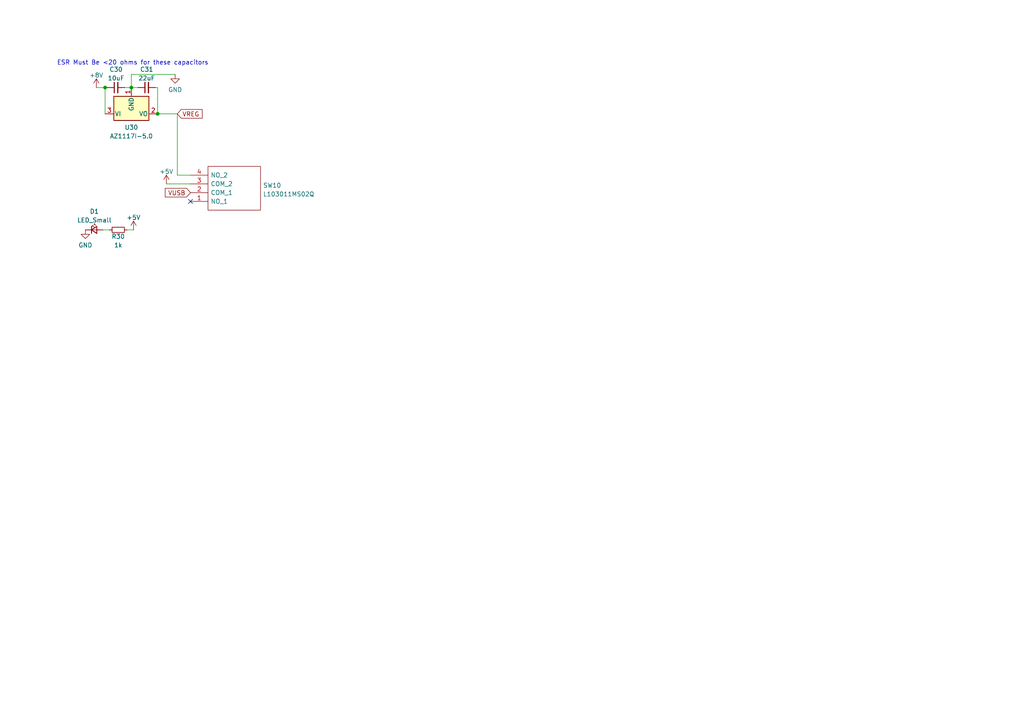
<source format=kicad_sch>
(kicad_sch (version 20211123) (generator eeschema)
  (paper "A4")
  (lib_symbols
    (symbol "CustomSymbols:L103011MS02Q" (pin_names (offset 0.762))
      (property "Reference" "S" (at 21.59 7.62 0))
      (property "Value" "L103011MS02Q" (at 21.59 5.08 0))
      (symbol "L103011MS02Q_0_0"
        (pin passive line (at 0 -7.62 0) (length 5.08) (name "NO_1") (number "1"))
        (pin passive line (at 0 -5.08 0) (length 5.08) (name "COM_1") (number "2"))
        (pin passive line (at 0 -2.54 0) (length 5.08) (name "COM_2") (number "3"))
        (pin passive line (at 0 0 0) (length 5.08) (name "NO_2") (number "4"))
      )
      (symbol "L103011MS02Q_0_1"
        (polyline (pts (xy 5.08 2.54) (xy 20.32 2.54) (xy 20.32 -10.16) (xy 5.08 -10.16) (xy 5.08 2.54)) (stroke (width 0.1524)))
      )
    )
    (symbol "Device:C_Small" (pin_numbers hide) (pin_names (offset 0.254) hide)
      (property "Reference" "C" (at 0.254 1.778 0))
      (property "Value" "C_Small" (at 0.254 -2.032 0))
      (symbol "C_Small_0_1"
        (polyline (pts (xy -1.524 -0.508) (xy 1.524 -0.508)) (stroke (width 0.3302)))
        (polyline (pts (xy -1.524 0.508) (xy 1.524 0.508)) (stroke (width 0.3048)))
      )
      (symbol "C_Small_1_1"
        (pin passive line (at 0 2.54 270) (length 2.032) (name "~") (number "1"))
        (pin passive line (at 0 -2.54 90) (length 2.032) (name "~") (number "2"))
      )
    )
    (symbol "Device:LED_Small" (pin_numbers hide) (pin_names (offset 0.254) hide)
      (property "Reference" "D" (at -1.27 3.175 0))
      (property "Value" "LED_Small" (at -4.445 -2.54 0))
      (symbol "LED_Small_0_1"
        (polyline (pts (xy -0.762 -1.016) (xy -0.762 1.016)) (stroke (width 0.254)))
        (polyline (pts (xy 1.016 0) (xy -0.762 0)))
        (polyline (pts (xy 0.762 -1.016) (xy -0.762 0) (xy 0.762 1.016) (xy 0.762 -1.016)) (stroke (width 0.254)))
        (polyline (pts (xy 0 0.762) (xy -0.508 1.27) (xy -0.254 1.27) (xy -0.508 1.27) (xy -0.508 1.016)))
        (polyline (pts (xy 0.508 1.27) (xy 0 1.778) (xy 0.254 1.778) (xy 0 1.778) (xy 0 1.524)))
      )
      (symbol "LED_Small_1_1"
        (pin passive line (at -2.54 0 0) (length 1.778) (name "K") (number "1"))
        (pin passive line (at 2.54 0 180) (length 1.778) (name "A") (number "2"))
      )
    )
    (symbol "Device:R_Small" (pin_numbers hide) (pin_names (offset 0.254) hide)
      (property "Reference" "R" (at 0.762 0.508 0))
      (property "Value" "R_Small" (at 0.762 -1.016 0))
      (symbol "R_Small_0_1"
        (rectangle (start -0.762 1.778) (end 0.762 -1.778) (stroke (width 0.2032)))
      )
      (symbol "R_Small_1_1"
        (pin passive line (at 0 2.54 270) (length 0.762) (name "~") (number "1"))
        (pin passive line (at 0 -2.54 90) (length 0.762) (name "~") (number "2"))
      )
    )
    (symbol "Regulator_Linear:NCP1117-12_SOT223" (pin_names (offset 0.254))
      (property "Reference" "U" (at -3.81 3.175 0))
      (property "Value" "NCP1117-12_SOT223" (at 0 3.175 0))
      (symbol "NCP1117-12_SOT223_0_1"
        (rectangle (start -5.08 -5.08) (end 5.08 1.905) (stroke (width 0.254)) (fill (type background)))
      )
      (symbol "NCP1117-12_SOT223_1_1"
        (pin power_in line (at 0 -7.62 90) (length 2.54) (name "GND") (number "1"))
        (pin power_out line (at 7.62 0 180) (length 2.54) (name "VO") (number "2"))
        (pin power_in line (at -7.62 0 0) (length 2.54) (name "VI") (number "3"))
      )
    )
    (symbol "power:+5V" (power) (pin_names (offset 0))
      (property "Value" "+5V" (at 0 3.556 0))
      (symbol "+5V_0_1"
        (polyline (pts (xy -0.762 1.27) (xy 0 2.54)))
        (polyline (pts (xy 0 0) (xy 0 2.54)))
        (polyline (pts (xy 0 2.54) (xy 0.762 1.27)))
      )
      (symbol "+5V_1_1"
        (pin power_in line (at 0 0 90) (length 0) hide (name "+5V") (number "1"))
      )
    )
    (symbol "power:+8V" (power) (pin_names (offset 0))
      (property "Value" "+8V" (at 0 3.556 0))
      (symbol "+8V_0_1"
        (polyline (pts (xy -0.762 1.27) (xy 0 2.54)))
        (polyline (pts (xy 0 0) (xy 0 2.54)))
        (polyline (pts (xy 0 2.54) (xy 0.762 1.27)))
      )
      (symbol "+8V_1_1"
        (pin power_in line (at 0 0 90) (length 0) hide (name "+8V") (number "1"))
      )
    )
    (symbol "power:GND" (power) (pin_names (offset 0))
      (property "Value" "GND" (at 0 -3.81 0))
      (symbol "GND_0_1"
        (polyline (pts (xy 0 0) (xy 0 -1.27) (xy 1.27 -1.27) (xy 0 -2.54) (xy -1.27 -1.27) (xy 0 -1.27)))
      )
      (symbol "GND_1_1"
        (pin power_in line (at 0 0 270) (length 0) hide (name "GND") (number "1"))
      )
    )
  )
  (junction (at 45.72 33.02))
  (junction (at 30.48 25.4))
  (junction (at 38.1 25.4))
  (no_connect (at 55.245 58.42))
  (wire (pts (xy 30.48 25.4) (xy 30.48 33.02)))
  (wire (pts (xy 36.83 66.675) (xy 38.735 66.675)))
  (wire (pts (xy 48.26 53.34) (xy 55.245 53.34)))
  (wire (pts (xy 55.245 50.8) (xy 51.435 50.8)))
  (wire (pts (xy 36.195 25.4) (xy 38.1 25.4)))
  (wire (pts (xy 45.085 25.4) (xy 45.72 25.4)))
  (wire (pts (xy 27.94 25.4) (xy 30.48 25.4)))
  (wire (pts (xy 51.435 50.8) (xy 51.435 33.02)))
  (wire (pts (xy 45.72 33.02) (xy 51.435 33.02)))
  (wire (pts (xy 45.72 25.4) (xy 45.72 33.02)))
  (wire (pts (xy 38.1 25.4) (xy 40.005 25.4)))
  (wire (pts (xy 38.1 25.4) (xy 38.1 21.59)))
  (wire (pts (xy 30.48 25.4) (xy 31.115 25.4)))
  (wire (pts (xy 38.1 21.59) (xy 50.8 21.59)))
  (wire (pts (xy 29.845 66.675) (xy 31.75 66.675)))
  (text "ESR Must Be <20 ohms for these capacitors" (at 16.51 19.05 0) (effects (font (size 1.27 1.27)) (justify left bottom)))
  (global_label "VREG" (shape input) (at 51.435 33.02 0) (property "Intersheet References" "${INTERSHEET_REFS}" (effects hide)))
  (global_label "VUSB" (shape input) (at 55.245 55.88 180) (property "Intersheet References" "${INTERSHEET_REFS}" (effects hide)))
  (symbol (lib_id "CustomSymbols:L103011MS02Q") (at 55.245 50.8 0) (unit 1)
    (property "Reference" "SW10" (at 76.2762 53.7753 0) (effects (justify left)))
    (property "Value" "L103011MS02Q" (at 76.2762 56.3122 0) (effects (justify left)))
    (property "Footprint" "CustomFootprints:L103011MS02Q" (effects hide))
    (property "Datasheet" "https://www.ckswitches.com/media/1423/l.pdf" (effects hide))
    (property "Description" "Slide Switches Slide" (effects hide))
    (property "Height" "14.17" (effects hide))
    (property "Mouser Part Number" "611-L103011MS02Q" (effects hide))
    (property "Mouser Price/Stock" "https://www.mouser.co.uk/ProductDetail/CK/L103011MS02Q?qs=LgMIjt8LuD%252BHRziNfkYfcQ%3D%3D" (effects hide))
    (property "Manufacturer_Name" "C & K COMPONENTS" (effects hide))
    (property "Manufacturer_Part_Number" "L103011MS02Q" (effects hide))
  )
  (symbol (lib_id "Device:LED_Small") (at 27.305 66.675 0) (unit 1)
    (property "Reference" "D1" (at 27.3685 61.3242 0))
    (property "Value" "LED_Small" (at 27.3685 63.8611 0))
    (property "Footprint" "Diode_SMD:D_0805_2012Metric" (effects hide))
  )
  (symbol (lib_id "Device:C_Small") (at 33.655 25.4 90) (unit 1)
    (property "Reference" "C30" (at 33.6613 20.1381 90))
    (property "Value" "10uF" (at 33.6613 22.675 90))
    (property "Footprint" "Capacitor_SMD:C_0805_2012Metric" (effects hide))
  )
  (symbol (lib_id "Device:C_Small") (at 42.545 25.4 90) (unit 1)
    (property "Reference" "C31" (at 42.5513 20.1381 90))
    (property "Value" "22uF" (at 42.5513 22.675 90))
    (property "Footprint" "Capacitor_SMD:C_0805_2012Metric" (effects hide))
  )
  (symbol (lib_id "power:+5V") (at 48.26 53.34 0) (unit 1)
    (property "Reference" "#PWR0150" (effects hide))
    (property "Value" "+5V" (at 48.26 49.7642 0))
  )
  (symbol (lib_id "power:+5V") (at 38.735 66.675 0) (unit 1)
    (property "Reference" "#PWR0149" (effects hide))
    (property "Value" "+5V" (at 38.735 63.0992 0))
  )
  (symbol (lib_id "power:GND") (at 50.8 21.59 0) (unit 1)
    (property "Reference" "#PWR0152" (effects hide))
    (property "Value" "GND" (at 50.8 26.0334 0))
  )
  (symbol (lib_id "Regulator_Linear:NCP1117-12_SOT223") (at 38.1 33.02 0) (mirror x) (unit 1)
    (property "Reference" "U30" (at 38.1 36.9554 0))
    (property "Value" "AZ1117I-5.0" (at 38.1 39.4923 0))
    (property "Footprint" "Package_TO_SOT_SMD:SOT-223-3_TabPin2" (effects hide))
    (property "Datasheet" "http://www.onsemi.com/pub_link/Collateral/NCP1117-D.PDF" (effects hide))
  )
  (symbol (lib_id "Device:R_Small") (at 34.29 66.675 90) (unit 1)
    (property "Reference" "R30" (at 34.29 68.58 90))
    (property "Value" "1k" (at 34.29 71.1169 90))
    (property "Footprint" "Resistor_SMD:R_0805_2012Metric" (effects hide))
  )
  (symbol (lib_id "power:GND") (at 24.765 66.675 0) (unit 1)
    (property "Reference" "#PWR0148" (effects hide))
    (property "Value" "GND" (at 24.765 71.1184 0))
  )
  (symbol (lib_id "power:+8V") (at 27.94 25.4 0) (unit 1)
    (property "Reference" "#PWR0147" (effects hide))
    (property "Value" "+8V" (at 27.94 21.8242 0))
  )
)
</source>
